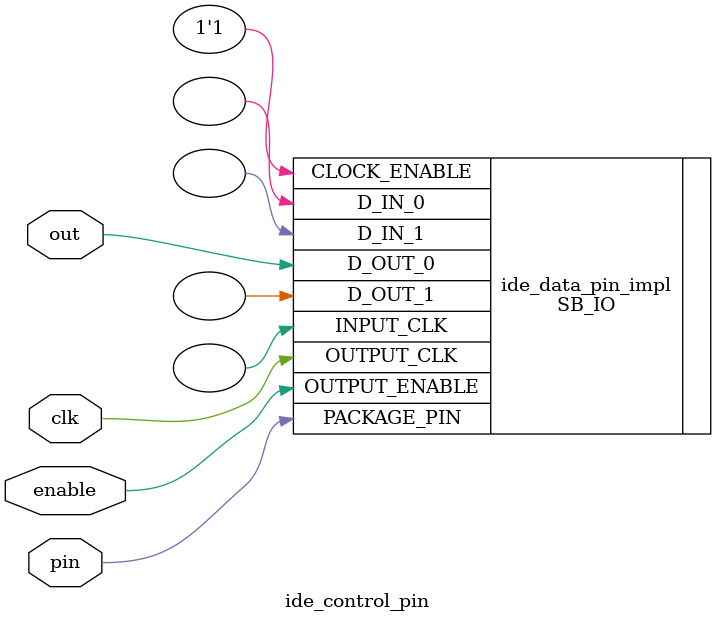
<source format=v>

module ide_control_pin(
		       inout pin,
		       input out,
		       input enable,
		       input clk
		       );

   SB_IO #(.PIN_TYPE(6'b111001), .PULLUP(1'b0), .NEG_TRIGGER(1'b1))
     ide_data_pin_impl(.PACKAGE_PIN(pin),
		       .CLOCK_ENABLE(1'b1),
		       .INPUT_CLK(),
		       .OUTPUT_CLK(clk),
		       .OUTPUT_ENABLE(enable),
		       .D_OUT_0(out),
		       .D_OUT_1(),
		       .D_IN_0(),
		       .D_IN_1()
		       );
   
endmodule // ide_control_pin

</source>
